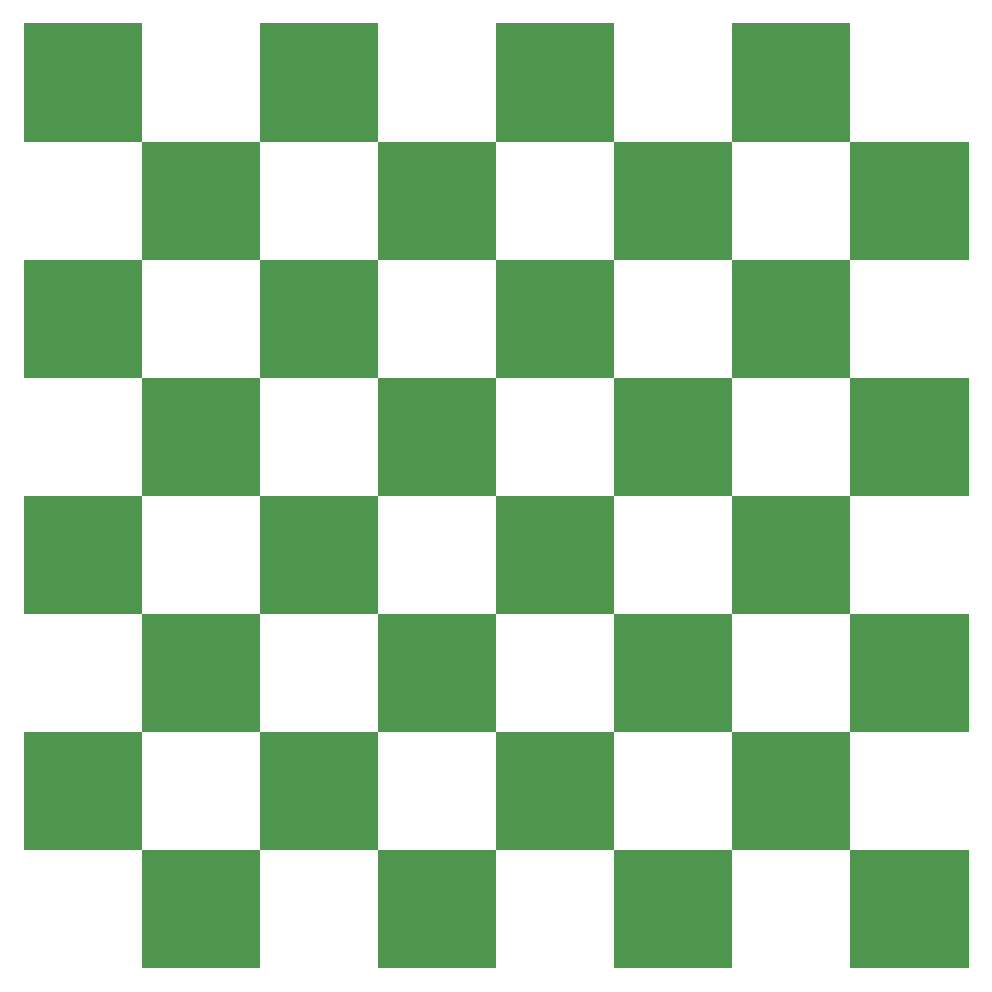
<source format=gbr>
%TF.GenerationSoftware,KiCad,Pcbnew,9.0.4*%
%TF.CreationDate,2025-09-19T07:52:55-04:00*%
%TF.ProjectId,tf_chess,74665f63-6865-4737-932e-6b696361645f,rev?*%
%TF.SameCoordinates,Original*%
%TF.FileFunction,Copper,L1,Top*%
%TF.FilePolarity,Positive*%
%FSLAX46Y46*%
G04 Gerber Fmt 4.6, Leading zero omitted, Abs format (unit mm)*
G04 Created by KiCad (PCBNEW 9.0.4) date 2025-09-19 07:52:55*
%MOMM*%
%LPD*%
G01*
G04 APERTURE LIST*
G04 APERTURE END LIST*
%TA.AperFunction,NonConductor*%
G36*
X119500000Y-124500000D02*
G01*
X129500000Y-124500000D01*
X129500000Y-134500000D01*
X119500000Y-134500000D01*
X119500000Y-124500000D01*
G37*
%TD.AperFunction*%
%TA.AperFunction,NonConductor*%
G36*
X119500000Y-104500000D02*
G01*
X129500000Y-104500000D01*
X129500000Y-114500000D01*
X119500000Y-114500000D01*
X119500000Y-104500000D01*
G37*
%TD.AperFunction*%
%TA.AperFunction,NonConductor*%
G36*
X129500000Y-54500000D02*
G01*
X139500000Y-54500000D01*
X139500000Y-64500000D01*
X129500000Y-64500000D01*
X129500000Y-54500000D01*
G37*
%TD.AperFunction*%
%TA.AperFunction,NonConductor*%
G36*
X139500000Y-64500000D02*
G01*
X149500000Y-64500000D01*
X149500000Y-74500000D01*
X139500000Y-74500000D01*
X139500000Y-64500000D01*
G37*
%TD.AperFunction*%
%TA.AperFunction,NonConductor*%
G36*
X109500000Y-114500000D02*
G01*
X119500000Y-114500000D01*
X119500000Y-124500000D01*
X109500000Y-124500000D01*
X109500000Y-114500000D01*
G37*
%TD.AperFunction*%
%TA.AperFunction,NonConductor*%
G36*
X179500000Y-84500000D02*
G01*
X189500000Y-84500000D01*
X189500000Y-94500000D01*
X179500000Y-94500000D01*
X179500000Y-84500000D01*
G37*
%TD.AperFunction*%
%TA.AperFunction,NonConductor*%
G36*
X119500000Y-64500000D02*
G01*
X129500000Y-64500000D01*
X129500000Y-74500000D01*
X119500000Y-74500000D01*
X119500000Y-64500000D01*
G37*
%TD.AperFunction*%
%TA.AperFunction,NonConductor*%
G36*
X139500000Y-84500000D02*
G01*
X149500000Y-84500000D01*
X149500000Y-94500000D01*
X139500000Y-94500000D01*
X139500000Y-84500000D01*
G37*
%TD.AperFunction*%
%TA.AperFunction,NonConductor*%
G36*
X159500000Y-104500000D02*
G01*
X169500000Y-104500000D01*
X169500000Y-114500000D01*
X159500000Y-114500000D01*
X159500000Y-104500000D01*
G37*
%TD.AperFunction*%
%TA.AperFunction,NonConductor*%
G36*
X129500000Y-74500000D02*
G01*
X139500000Y-74500000D01*
X139500000Y-84500000D01*
X129500000Y-84500000D01*
X129500000Y-74500000D01*
G37*
%TD.AperFunction*%
%TA.AperFunction,NonConductor*%
G36*
X149500000Y-114500000D02*
G01*
X159500000Y-114500000D01*
X159500000Y-124500000D01*
X149500000Y-124500000D01*
X149500000Y-114500000D01*
G37*
%TD.AperFunction*%
%TA.AperFunction,NonConductor*%
G36*
X159500000Y-84500000D02*
G01*
X169500000Y-84500000D01*
X169500000Y-94500000D01*
X159500000Y-94500000D01*
X159500000Y-84500000D01*
G37*
%TD.AperFunction*%
%TA.AperFunction,NonConductor*%
G36*
X179500000Y-64500000D02*
G01*
X189500000Y-64500000D01*
X189500000Y-74500000D01*
X179500000Y-74500000D01*
X179500000Y-64500000D01*
G37*
%TD.AperFunction*%
%TA.AperFunction,NonConductor*%
G36*
X109500000Y-74500000D02*
G01*
X119500000Y-74500000D01*
X119500000Y-84500000D01*
X109500000Y-84500000D01*
X109500000Y-74500000D01*
G37*
%TD.AperFunction*%
%TA.AperFunction,NonConductor*%
G36*
X149500000Y-74500000D02*
G01*
X159500000Y-74500000D01*
X159500000Y-84500000D01*
X149500000Y-84500000D01*
X149500000Y-74500000D01*
G37*
%TD.AperFunction*%
%TA.AperFunction,NonConductor*%
G36*
X129500000Y-114500000D02*
G01*
X139500000Y-114500000D01*
X139500000Y-124500000D01*
X129500000Y-124500000D01*
X129500000Y-114500000D01*
G37*
%TD.AperFunction*%
%TA.AperFunction,NonConductor*%
G36*
X149500000Y-54500000D02*
G01*
X159500000Y-54500000D01*
X159500000Y-64500000D01*
X149500000Y-64500000D01*
X149500000Y-54500000D01*
G37*
%TD.AperFunction*%
%TA.AperFunction,NonConductor*%
G36*
X139500000Y-104500000D02*
G01*
X149500000Y-104500000D01*
X149500000Y-114500000D01*
X139500000Y-114500000D01*
X139500000Y-104500000D01*
G37*
%TD.AperFunction*%
%TA.AperFunction,NonConductor*%
G36*
X109500000Y-94500000D02*
G01*
X119500000Y-94500000D01*
X119500000Y-104500000D01*
X109500000Y-104500000D01*
X109500000Y-94500000D01*
G37*
%TD.AperFunction*%
%TA.AperFunction,NonConductor*%
G36*
X169500000Y-114500000D02*
G01*
X179500000Y-114500000D01*
X179500000Y-124500000D01*
X169500000Y-124500000D01*
X169500000Y-114500000D01*
G37*
%TD.AperFunction*%
%TA.AperFunction,NonConductor*%
G36*
X179500000Y-104500000D02*
G01*
X189500000Y-104500000D01*
X189500000Y-114500000D01*
X179500000Y-114500000D01*
X179500000Y-104500000D01*
G37*
%TD.AperFunction*%
%TA.AperFunction,NonConductor*%
G36*
X139500000Y-124500000D02*
G01*
X149500000Y-124500000D01*
X149500000Y-134500000D01*
X139500000Y-134500000D01*
X139500000Y-124500000D01*
G37*
%TD.AperFunction*%
%TA.AperFunction,NonConductor*%
G36*
X159500000Y-124500000D02*
G01*
X169500000Y-124500000D01*
X169500000Y-134500000D01*
X159500000Y-134500000D01*
X159500000Y-124500000D01*
G37*
%TD.AperFunction*%
%TA.AperFunction,NonConductor*%
G36*
X149500000Y-94500000D02*
G01*
X159500000Y-94500000D01*
X159500000Y-104500000D01*
X149500000Y-104500000D01*
X149500000Y-94500000D01*
G37*
%TD.AperFunction*%
%TA.AperFunction,NonConductor*%
G36*
X169500000Y-94500000D02*
G01*
X179500000Y-94500000D01*
X179500000Y-104500000D01*
X169500000Y-104500000D01*
X169500000Y-94500000D01*
G37*
%TD.AperFunction*%
%TA.AperFunction,NonConductor*%
G36*
X129500000Y-94500000D02*
G01*
X139500000Y-94500000D01*
X139500000Y-104500000D01*
X129500000Y-104500000D01*
X129500000Y-94500000D01*
G37*
%TD.AperFunction*%
%TA.AperFunction,NonConductor*%
G36*
X159500000Y-64500000D02*
G01*
X169500000Y-64500000D01*
X169500000Y-74500000D01*
X159500000Y-74500000D01*
X159500000Y-64500000D01*
G37*
%TD.AperFunction*%
%TA.AperFunction,NonConductor*%
G36*
X179500000Y-124500000D02*
G01*
X189500000Y-124500000D01*
X189500000Y-134500000D01*
X179500000Y-134500000D01*
X179500000Y-124500000D01*
G37*
%TD.AperFunction*%
%TA.AperFunction,NonConductor*%
G36*
X169500000Y-74500000D02*
G01*
X179500000Y-74500000D01*
X179500000Y-84500000D01*
X169500000Y-84500000D01*
X169500000Y-74500000D01*
G37*
%TD.AperFunction*%
%TA.AperFunction,NonConductor*%
G36*
X109500000Y-54500000D02*
G01*
X119500000Y-54500000D01*
X119500000Y-64500000D01*
X109500000Y-64500000D01*
X109500000Y-54500000D01*
G37*
%TD.AperFunction*%
%TA.AperFunction,NonConductor*%
G36*
X169500000Y-54500000D02*
G01*
X179500000Y-54500000D01*
X179500000Y-64500000D01*
X169500000Y-64500000D01*
X169500000Y-54500000D01*
G37*
%TD.AperFunction*%
%TA.AperFunction,NonConductor*%
G36*
X119500000Y-84500000D02*
G01*
X129500000Y-84500000D01*
X129500000Y-94500000D01*
X119500000Y-94500000D01*
X119500000Y-84500000D01*
G37*
%TD.AperFunction*%
M02*

</source>
